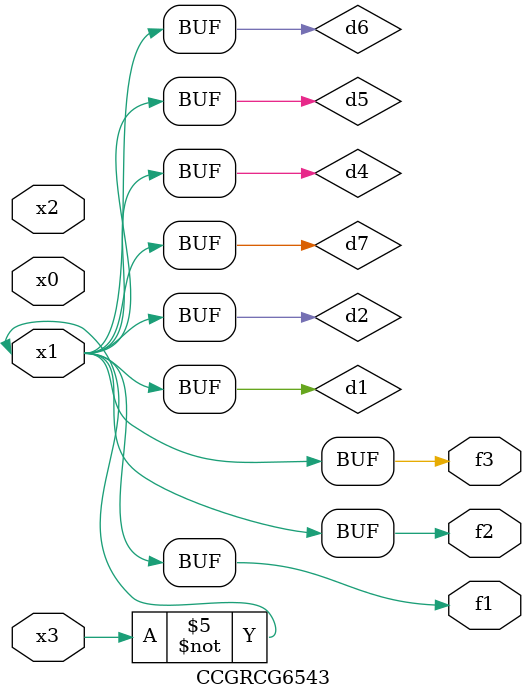
<source format=v>
module CCGRCG6543(
	input x0, x1, x2, x3,
	output f1, f2, f3
);

	wire d1, d2, d3, d4, d5, d6, d7;

	not (d1, x3);
	buf (d2, x1);
	xnor (d3, d1, d2);
	nor (d4, d1);
	buf (d5, d1, d2);
	buf (d6, d4, d5);
	nand (d7, d4);
	assign f1 = d6;
	assign f2 = d7;
	assign f3 = d6;
endmodule

</source>
